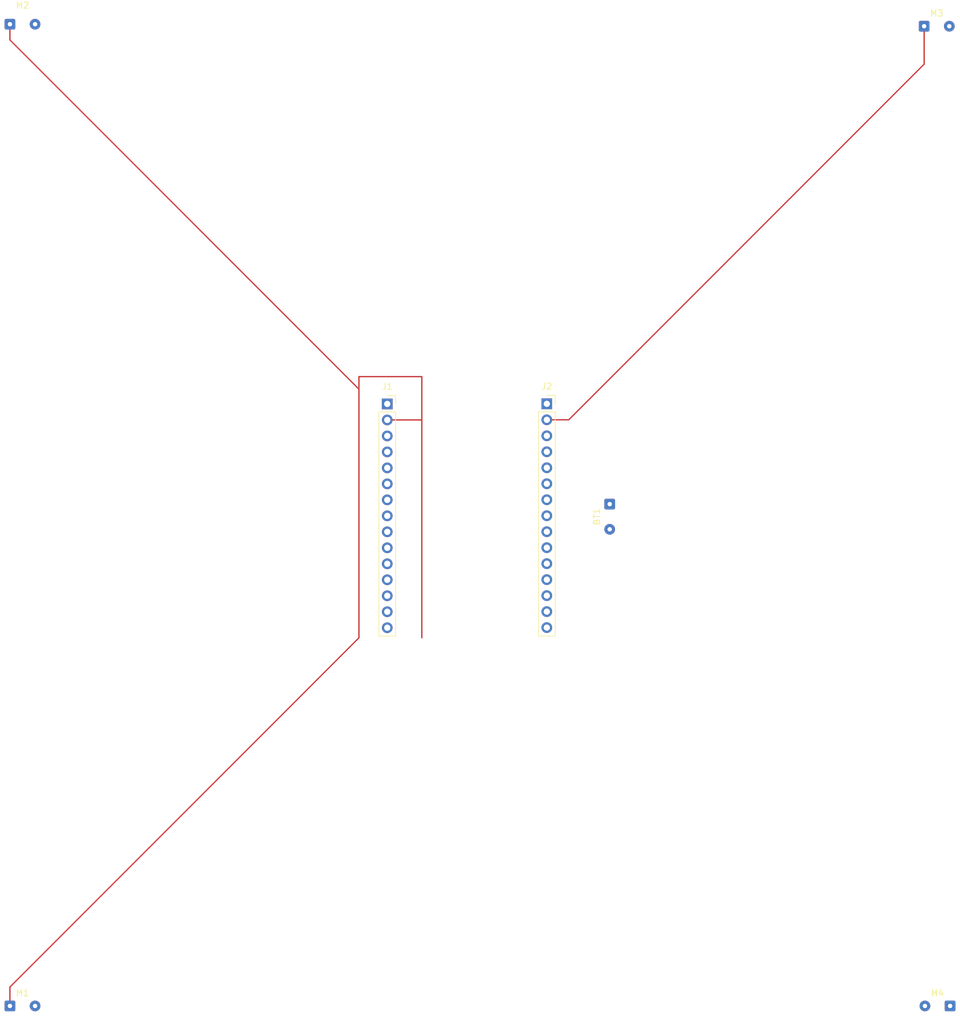
<source format=kicad_pcb>
(kicad_pcb (version 20241229) (generator "pcbnew") (generator_version "9.0")
  (layers (0 "F.Cu" signal) (2 "B.Cu" signal) (13 "F.Paste" user) (15 "B.Paste" user) (5 "F.SilkS" user "F.Silkscreen") (7 "B.SilkS" user "B.Silkscreen") (1 "F.Mask" user) (3 "B.Mask" user) (25 "Edge.Cuts" user))
  (net 0 "")
  (net 1 "/GND")
  (net 2 "/VIN")
  (net 8 "/3V3")
  (net 14 "/D32")
  (net 15 "/D35")
  (net 16 "/D34")
  (net 17 "/D33")
  (footprint "Connector_Wire:SolderWire-0.15sqmm_1x02_P4mm_D0.5mm_OD1.5mm" (layer "F.Cu") (at 24.5 183.5)
    (property "Reference" "M1" (at 2 -2.05 0) (layer "F.SilkS"))
    (property "Value" "Motor_DC")
    (pad "1" thru_hole roundrect (at 0 0) (size 1.7 1.7) (drill 0.7) (layers "*.Cu" "*.Mask") (roundrect_rratio 0.147059) (net 1 "/GND"))
    (pad "2" thru_hole circle (at 4 0) (size 1.7 1.7) (drill 0.7) (layers "*.Cu" "*.Mask") (net 16 "/D34"))
  )
  (footprint "Connector_Wire:SolderWire-0.15sqmm_1x02_P4mm_D0.5mm_OD1.5mm" (layer "F.Cu") (at 28.5 27.5 180)
    (property "Reference" "M2" (at 2 3 0) (layer "F.SilkS"))
    (property "Value" "Motor_DC")
    (pad "1" thru_hole circle (at 0 0 180) (size 1.7 1.7) (drill 0.7) (layers "*.Cu" "*.Mask") (net 17 "/D33"))
    (pad "2" thru_hole roundrect (at 4 0 180) (size 1.7 1.7) (drill 0.7) (layers "*.Cu" "*.Mask") (roundrect_rratio 0.1470588235) (net 1 "/GND"))
  )
  (footprint "Connector_Wire:SolderWire-0.15sqmm_1x02_P4mm_D0.5mm_OD1.5mm" (layer "F.Cu") (at 170 183.5)
    (property "Reference" "M4" (at 2 -2.05 0) (layer "F.SilkS"))
    (property "Value" "Motor_DC")
    (pad "1" thru_hole circle (at 0 0) (size 1.7 1.7) (drill 0.7) (layers "*.Cu" "*.Mask") (net 15 "/D35"))
    (pad "2" thru_hole roundrect (at 4 0) (size 1.7 1.7) (drill 0.7) (layers "*.Cu" "*.Mask") (roundrect_rratio 0.1470588235) (net 1 "/GND"))
  )
  (footprint "Connector_PinSocket_2.54mm:PinSocket_1x15_P2.54mm_Vertical" (layer "F.Cu") (at 109.875 87.82)
    (property "Reference" "J2" (at 0 -2.77 0) (layer "F.SilkS"))
    (property "Value" "Conn_01x15_Socket")
    (fp_line (start -1.33 1.27) (end -1.33 36.89) (stroke (width 0.12)) (layer "F.SilkS"))
    (fp_line (start -1.33 1.27) (end 1.33 1.27) (stroke (width 0.12)) (layer "F.SilkS"))
    (fp_line (start -1.33 36.89) (end 1.33 36.89) (stroke (width 0.12)) (layer "F.SilkS"))
    (fp_line (start 0 -1.33) (end 1.33 -1.33) (stroke (width 0.12)) (layer "F.SilkS"))
    (fp_line (start 1.33 -1.33) (end 1.33 0) (stroke (width 0.12)) (layer "F.SilkS"))
    (fp_line (start 1.33 1.27) (end 1.33 36.89) (stroke (width 0.12)) (layer "F.SilkS"))
    (pad "1" thru_hole rect (at 0 0) (size 1.7 1.7) (drill 1) (layers "*.Cu" "*.Mask") (net 2 "/VIN"))
    (pad "2" thru_hole circle (at 0 2.54) (size 1.7 1.7) (drill 1) (layers "*.Cu" "*.Mask") (net 1 "/GND"))
    (pad "3" thru_hole circle (at 0 5.08) (size 1.7 1.7) (drill 1) (layers "*.Cu" "*.Mask"))
    (pad "4" thru_hole circle (at 0 7.62) (size 1.7 1.7) (drill 1) (layers "*.Cu" "*.Mask"))
    (pad "5" thru_hole circle (at 0 10.16) (size 1.7 1.7) (drill 1) (layers "*.Cu" "*.Mask"))
    (pad "6" thru_hole circle (at 0 12.7) (size 1.7 1.7) (drill 1) (layers "*.Cu" "*.Mask"))
    (pad "7" thru_hole circle (at 0 15.24) (size 1.7 1.7) (drill 1) (layers "*.Cu" "*.Mask"))
    (pad "8" thru_hole circle (at 0 17.78) (size 1.7 1.7) (drill 1) (layers "*.Cu" "*.Mask"))
    (pad "9" thru_hole circle (at 0 20.32) (size 1.7 1.7) (drill 1) (layers "*.Cu" "*.Mask") (net 17 "/D33"))
    (pad "10" thru_hole circle (at 0 22.86) (size 1.7 1.7) (drill 1) (layers "*.Cu" "*.Mask") (net 14 "/D32"))
    (pad "11" thru_hole circle (at 0 25.4) (size 1.7 1.7) (drill 1) (layers "*.Cu" "*.Mask") (net 15 "/D35"))
    (pad "12" thru_hole circle (at 0 27.94) (size 1.7 1.7) (drill 1) (layers "*.Cu" "*.Mask") (net 16 "/D34"))
    (pad "13" thru_hole circle (at 0 30.48) (size 1.7 1.7) (drill 1) (layers "*.Cu" "*.Mask"))
    (pad "14" thru_hole circle (at 0 33.02) (size 1.7 1.7) (drill 1) (layers "*.Cu" "*.Mask"))
    (pad "15" thru_hole circle (at 0 35.56) (size 1.7 1.7) (drill 1) (layers "*.Cu" "*.Mask"))
  )
  (footprint "Connector_Wire:SolderWire-0.15sqmm_1x02_P4mm_D0.5mm_OD1.5mm" (layer "F.Cu") (at 119.875 107.76 90)
    (property "Reference" "BT1" (at 2 -2.05 90) (layer "F.SilkS"))
    (property "Value" "Battery_Cell")
    (pad "1" thru_hole circle (at 0 0 90) (size 1.7 1.7) (drill 0.7) (layers "*.Cu" "*.Mask") (net 2 "/VIN"))
    (pad "2" thru_hole roundrect (at 4 0 90) (size 1.7 1.7) (drill 0.7) (layers "*.Cu" "*.Mask") (roundrect_rratio 0.1470588235) (net 1 "/GND"))
  )
  (footprint "Connector_PinSocket_2.54mm:PinSocket_1x15_P2.54mm_Vertical" (layer "F.Cu") (at 84.5 87.84)
    (property "Reference" "J1" (at 0 -2.77 0) (layer "F.SilkS"))
    (property "Value" "Conn_01x15_Socket")
    (fp_line (start -1.33 1.27) (end -1.33 36.89) (stroke (width 0.12)) (layer "F.SilkS"))
    (fp_line (start -1.33 1.27) (end 1.33 1.27) (stroke (width 0.12)) (layer "F.SilkS"))
    (fp_line (start -1.33 36.89) (end 1.33 36.89) (stroke (width 0.12)) (layer "F.SilkS"))
    (fp_line (start 0 -1.33) (end 1.33 -1.33) (stroke (width 0.12)) (layer "F.SilkS"))
    (fp_line (start 1.33 -1.33) (end 1.33 0) (stroke (width 0.12)) (layer "F.SilkS"))
    (fp_line (start 1.33 1.27) (end 1.33 36.89) (stroke (width 0.12)) (layer "F.SilkS"))
    (pad "1" thru_hole rect (at 0 0) (size 1.7 1.7) (drill 1) (layers "*.Cu" "*.Mask") (net 8 "/3V3"))
    (pad "2" thru_hole circle (at 0 2.54) (size 1.7 1.7) (drill 1) (layers "*.Cu" "*.Mask") (net 1 "/GND"))
    (pad "3" thru_hole circle (at 0 5.08) (size 1.7 1.7) (drill 1) (layers "*.Cu" "*.Mask"))
    (pad "4" thru_hole circle (at 0 7.62) (size 1.7 1.7) (drill 1) (layers "*.Cu" "*.Mask"))
    (pad "5" thru_hole circle (at 0 10.16) (size 1.7 1.7) (drill 1) (layers "*.Cu" "*.Mask"))
    (pad "6" thru_hole circle (at 0 12.7) (size 1.7 1.7) (drill 1) (layers "*.Cu" "*.Mask"))
    (pad "7" thru_hole circle (at 0 15.24) (size 1.7 1.7) (drill 1) (layers "*.Cu" "*.Mask"))
    (pad "8" thru_hole circle (at 0 17.78) (size 1.7 1.7) (drill 1) (layers "*.Cu" "*.Mask"))
    (pad "9" thru_hole circle (at 0 20.32) (size 1.7 1.7) (drill 1) (layers "*.Cu" "*.Mask"))
    (pad "10" thru_hole circle (at 0 22.86) (size 1.7 1.7) (drill 1) (layers "*.Cu" "*.Mask"))
    (pad "11" thru_hole circle (at 0 25.4) (size 1.7 1.7) (drill 1) (layers "*.Cu" "*.Mask"))
    (pad "12" thru_hole circle (at 0 27.94) (size 1.7 1.7) (drill 1) (layers "*.Cu" "*.Mask"))
    (pad "13" thru_hole circle (at 0 30.48) (size 1.7 1.7) (drill 1) (layers "*.Cu" "*.Mask"))
    (pad "14" thru_hole circle (at 0 33.02) (size 1.7 1.7) (drill 1) (layers "*.Cu" "*.Mask"))
    (pad "15" thru_hole circle (at 0 35.56) (size 1.7 1.7) (drill 1) (layers "*.Cu" "*.Mask"))
  )
  (footprint "Connector_Wire:SolderWire-0.15sqmm_1x02_P4mm_D0.5mm_OD1.5mm" (layer "F.Cu") (at 169.875 27.82)
    (property "Reference" "M3" (at 2 -2.05 0) (layer "F.SilkS"))
    (property "Value" "Motor_DC")
    (pad "1" thru_hole roundrect (at 0 0) (size 1.7 1.7) (drill 0.7) (layers "*.Cu" "*.Mask") (roundrect_rratio 0.147059) (net 1 "/GND"))
    (pad "2" thru_hole circle (at 4 0) (size 1.7 1.7) (drill 0.7) (layers "*.Cu" "*.Mask") (net 14 "/D32"))
  )
  (segment (start 24.5 180.5) (end 24.5 183.5) (width 0.2) (layer "F.Cu") (net 1))
  (segment (start 80 83.5) (end 80 85.5) (width 0.2) (layer "F.Cu") (net 1))
  (segment (start 84.5 90.38) (end 89.88 90.38) (width 0.2) (layer "F.Cu") (net 1))
  (segment (start 24.5 30) (end 24.5 27.5) (width 0.2) (layer "F.Cu") (net 1))
  (segment (start 90 90.5) (end 90 125) (width 0.2) (layer "F.Cu") (net 1))
  (segment (start 169.875 33.845) (end 169.875 27.82) (width 0.2) (layer "F.Cu") (net 1))
  (segment (start 90 83.5) (end 80 83.5) (width 0.2) (layer "F.Cu") (net 1))
  (segment (start 80 85.5) (end 24.5 30) (width 0.2) (layer "F.Cu") (net 1))
  (segment (start 80 125) (end 24.5 180.5) (width 0.2) (layer "F.Cu") (net 1))
  (segment (start 80 85.5) (end 80 125) (width 0.2) (layer "F.Cu") (net 1))
  (segment (start 113.36 90.36) (end 169.875 33.845) (width 0.2) (layer "F.Cu") (net 1))
  (segment (start 89.88 90.38) (end 90 90.5) (width 0.2) (layer "F.Cu") (net 1))
  (segment (start 90 90.5) (end 90 83.5) (width 0.2) (layer "F.Cu") (net 1))
  (segment (start 109.875 90.36) (end 113.36 90.36) (width 0.2) (layer "F.Cu") (net 1))
)
</source>
